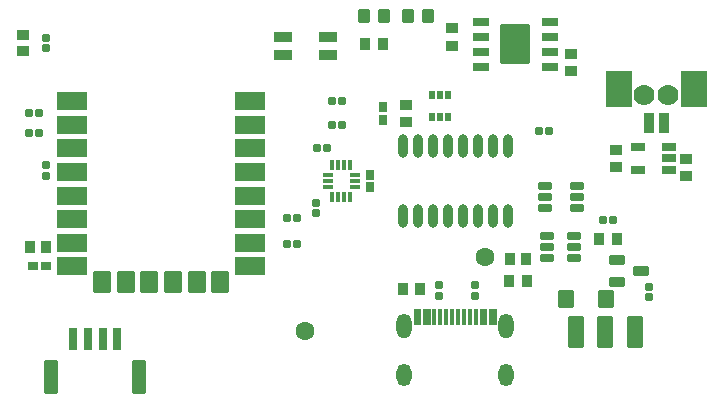
<source format=gts>
G04 Layer: TopSolderMaskLayer*
G04 EasyEDA v6.5.22, 2023-01-18 22:00:42*
G04 8e8bbbff4294455ebee03c083efee197,a9f00e695b414744abbaf3eb758947ea,10*
G04 Gerber Generator version 0.2*
G04 Scale: 100 percent, Rotated: No, Reflected: No *
G04 Dimensions in millimeters *
G04 leading zeros omitted , absolute positions ,4 integer and 5 decimal *
%FSLAX45Y45*%
%MOMM*%

%AMMACRO1*1,1,$1,$2,$3*1,1,$1,$4,$5*1,1,$1,0-$2,0-$3*1,1,$1,0-$4,0-$5*20,1,$1,$2,$3,$4,$5,0*20,1,$1,$4,$5,0-$2,0-$3,0*20,1,$1,0-$2,0-$3,0-$4,0-$5,0*20,1,$1,0-$4,0-$5,$2,$3,0*4,1,4,$2,$3,$4,$5,0-$2,0-$3,0-$4,0-$5,$2,$3,0*%
%ADD10MACRO1,0.1016X-0.27X0.2828X0.27X0.2828*%
%ADD11MACRO1,0.1016X-0.27X-0.2828X0.27X-0.2828*%
%ADD12MACRO1,0.1016X0.27X-0.2828X-0.27X-0.2828*%
%ADD13MACRO1,0.1016X0.27X0.2828X-0.27X0.2828*%
%ADD14MACRO1,0.1016X1.25X-0.7X-1.25X-0.7*%
%ADD15MACRO1,0.1016X-0.7X-0.85X-0.7X0.85*%
%ADD16MACRO1,0.1016X-1.25X0.7X1.25X0.7*%
%ADD17C,1.7780*%
%ADD18MACRO1,0.1016X-0.7X-0.4X-0.7X0.4*%
%ADD19MACRO1,0.1016X0.7X0.4X0.7X-0.4*%
%ADD20MACRO1,0.1016X-0.6X-0.3X-0.6X0.3*%
%ADD21MACRO1,0.1016X1.2X1.65X1.2X-1.65*%
%ADD22MACRO1,0.1016X-0.2828X-0.27X-0.2828X0.27*%
%ADD23MACRO1,0.1016X0.2828X-0.27X0.2828X0.27*%
%ADD24MACRO1,0.1016X0.6X1.3X0.6X-1.3*%
%ADD25MACRO1,0.1016X-0.5004X1.35X0.5004X1.35*%
%ADD26MACRO1,0.1016X-0.3X0.85X0.3X0.85*%
%ADD27MACRO1,0.1016X-0.45X-0.5X-0.45X0.5*%
%ADD28MACRO1,0.1016X0.45X0.5X0.45X-0.5*%
%ADD29MACRO1,0.1016X-0.27X0.395X0.27X0.395*%
%ADD30MACRO1,0.1016X-0.27X-0.395X0.27X-0.395*%
%ADD31MACRO1,0.1016X-0.395X-0.27X-0.395X0.27*%
%ADD32MACRO1,0.1016X0.395X-0.27X0.395X0.27*%
%ADD33MACRO1,0.1016X0.4X-0.45X-0.4X-0.45*%
%ADD34MACRO1,0.1016X0.2828X0.27X0.2828X-0.27*%
%ADD35MACRO1,0.1016X-0.2828X0.27X-0.2828X-0.27*%
%ADD36MACRO1,0.1016X0.536X0.266X0.536X-0.266*%
%ADD37MACRO1,0.1016X-0.6X0.7X0.6X0.7*%
%ADD38MACRO1,0.1016X0.625X-0.35X-0.625X-0.35*%
%ADD39MACRO1,0.1016X-0.4032X-0.432X-0.4032X0.432*%
%ADD40MACRO1,0.1016X0.4032X-0.432X0.4032X0.432*%
%ADD41C,1.6016*%
%ADD42MACRO1,0.1016X0.45X0.4X0.45X-0.4*%
%ADD43MACRO1,0.1016X-0.14X-0.3925X-0.14X0.3925*%
%ADD44MACRO1,0.1016X0.3925X-0.14X0.3925X0.14*%
%ADD45MACRO1,0.1016X-0.14X0.3925X-0.14X-0.3925*%
%ADD46MACRO1,0.1016X-0.4X0.45X0.4X0.45*%
%ADD47MACRO1,0.1016X-0.45X-0.4X-0.45X0.4*%
%ADD48MACRO1,0.1016X-0.4X0.8X0.4X0.8*%
%ADD49MACRO1,0.1016X-1.05X1.5X1.05X1.5*%
%ADD50MACRO1,0.1016X0.21X-0.3X-0.21X-0.3*%
%ADD51MACRO1,0.1016X-0.21X0.3X0.21X0.3*%
%ADD52MACRO1,0.1016X0.5X-0.2751X-0.5X-0.2751*%
%ADD53MACRO1,0.1016X-0.432X0.4032X0.432X0.4032*%
%ADD54MACRO1,0.1016X-0.432X-0.4032X0.432X-0.4032*%
%ADD55MACRO1,0.1016X0.432X-0.4032X-0.432X-0.4032*%
%ADD56MACRO1,0.1016X0.432X0.4032X-0.432X0.4032*%
%ADD57MACRO1,0.1016X-0.5X0.3X0.5X0.3*%
%ADD58O,0.8031988000000001X2.0031963999999998*%
%ADD59MACRO1,0.1016X-0.15X0.65X0.15X0.65*%
%ADD60O,1.3015976000000002X1.9015964*%
%ADD61O,1.3015976000000002X2.1015960000000002*%
%ADD62O,0.0119X2.1015960000000002*%

%LPD*%
D10*
G01*
X6007100Y6395617D03*
D11*
G01*
X6007100Y6482182D03*
D12*
G01*
X5702300Y6482182D03*
D13*
G01*
X5702300Y6395617D03*
D14*
G01*
X4107911Y8042160D03*
G01*
X4107886Y7842161D03*
G01*
X4107911Y7642161D03*
G01*
X4107835Y7442161D03*
G01*
X4107911Y7242162D03*
G01*
X4107987Y7042162D03*
G01*
X4107860Y6842163D03*
G01*
X4107708Y6642163D03*
D15*
G01*
X3852506Y6512074D03*
G01*
X3652507Y6512151D03*
G01*
X3452583Y6512151D03*
G01*
X3252508Y6512151D03*
G01*
X3052635Y6512201D03*
G01*
X2852839Y6512049D03*
D16*
G01*
X2597764Y6642163D03*
G01*
X2597688Y6842163D03*
G01*
X2597688Y7042162D03*
G01*
X2597688Y7242162D03*
G01*
X2597688Y7442161D03*
G01*
X2597688Y7642161D03*
G01*
X2597688Y7842161D03*
G01*
X2597688Y8042160D03*
D17*
G01*
X7641209Y8094471D03*
G01*
X7441565Y8094471D03*
D18*
G01*
X4382000Y8583998D03*
G01*
X4761999Y8584001D03*
D19*
G01*
X4382002Y8434003D03*
G01*
X4762002Y8434006D03*
D20*
G01*
X6640830Y8331200D03*
G01*
X6640830Y8458200D03*
G01*
X6640830Y8585200D03*
G01*
X6640830Y8712200D03*
G01*
X6059169Y8712200D03*
G01*
X6059169Y8585200D03*
G01*
X6059169Y8458200D03*
G01*
X6059169Y8331200D03*
D21*
G01*
X6350000Y8521701D03*
D22*
G01*
X4881982Y8039100D03*
D23*
G01*
X4795417Y8039100D03*
D22*
G01*
X4881982Y7835900D03*
D23*
G01*
X4795417Y7835900D03*
D24*
G01*
X7361999Y6083300D03*
G01*
X7112000Y6083300D03*
G01*
X6862000Y6083300D03*
D25*
G01*
X2421534Y5707443D03*
G01*
X3166473Y5707443D03*
D26*
G01*
X2981446Y6027355D03*
G01*
X2856445Y6027355D03*
G01*
X2731447Y6027355D03*
G01*
X2606446Y6027355D03*
D22*
G01*
X2316582Y7937500D03*
D23*
G01*
X2230017Y7937500D03*
D27*
G01*
X5071209Y8763000D03*
G01*
X5241208Y8763000D03*
D28*
G01*
X5609490Y8763000D03*
G01*
X5439491Y8763000D03*
D29*
G01*
X5232400Y7882994D03*
D30*
G01*
X5232400Y7992005D03*
D31*
G01*
X2378605Y6642100D03*
D32*
G01*
X2269594Y6642100D03*
D33*
G01*
X6305400Y6705600D03*
G01*
X6445399Y6705600D03*
D29*
G01*
X5118100Y7311494D03*
D30*
G01*
X5118100Y7420505D03*
D12*
G01*
X2374900Y7498182D03*
D13*
G01*
X2374900Y7411617D03*
D34*
G01*
X6548017Y7785100D03*
D35*
G01*
X6634582Y7785100D03*
D34*
G01*
X4414417Y7048500D03*
D35*
G01*
X4500982Y7048500D03*
D34*
G01*
X4414417Y6832600D03*
D35*
G01*
X4500982Y6832600D03*
D10*
G01*
X2374900Y8491117D03*
D11*
G01*
X2374900Y8577682D03*
D34*
G01*
X2230017Y7772400D03*
D35*
G01*
X2316582Y7772400D03*
D10*
G01*
X7480300Y6382917D03*
D11*
G01*
X7480300Y6469482D03*
D22*
G01*
X7180682Y7035800D03*
D23*
G01*
X7094117Y7035800D03*
D10*
G01*
X4660900Y7094117D03*
D11*
G01*
X4660900Y7180682D03*
D22*
G01*
X4754982Y7645400D03*
D23*
G01*
X4668417Y7645400D03*
D36*
G01*
X6616090Y6902196D03*
G01*
X6616090Y6807200D03*
G01*
X6616090Y6712203D03*
G01*
X6845909Y6712203D03*
G01*
X6845909Y6807200D03*
G01*
X6845909Y6902196D03*
D37*
G01*
X6776900Y6362700D03*
G01*
X7116899Y6362700D03*
D38*
G01*
X7215200Y6698996D03*
G01*
X7215200Y6509005D03*
G01*
X7415199Y6604001D03*
D39*
G01*
X7212724Y6870700D03*
D40*
G01*
X7062075Y6870700D03*
D41*
G01*
X4572000Y6096000D03*
G01*
X6096000Y6718300D03*
D42*
G01*
X7797800Y7410300D03*
G01*
X7797800Y7550299D03*
G01*
X7200900Y7486500D03*
G01*
X7200900Y7626499D03*
D43*
G01*
X4801800Y7226749D03*
G01*
X4851800Y7226749D03*
G01*
X4901799Y7226749D03*
G01*
X4951799Y7226749D03*
D44*
G01*
X4991050Y7316000D03*
G01*
X4991050Y7366000D03*
G01*
X4991050Y7415999D03*
D45*
G01*
X4951799Y7505250D03*
G01*
X4901799Y7505250D03*
G01*
X4851800Y7505250D03*
G01*
X4801800Y7505250D03*
D44*
G01*
X4762549Y7415999D03*
G01*
X4762549Y7366000D03*
G01*
X4762549Y7316000D03*
D46*
G01*
X5543699Y6451600D03*
G01*
X5403700Y6451600D03*
G01*
X2381399Y6807200D03*
G01*
X2241400Y6807200D03*
D47*
G01*
X2184400Y8604399D03*
G01*
X2184400Y8464400D03*
D48*
G01*
X7606309Y7856004D03*
G01*
X7481315Y7856004D03*
D49*
G01*
X7226303Y8145995D03*
G01*
X7861303Y8145995D03*
D50*
G01*
X5650002Y8096001D03*
G01*
X5715001Y8096001D03*
G01*
X5779999Y8096001D03*
D51*
G01*
X5779999Y7905998D03*
G01*
X5715001Y7905998D03*
G01*
X5650002Y7905998D03*
D52*
G01*
X6870687Y7137400D03*
G01*
X6870687Y7232396D03*
G01*
X6870687Y7327392D03*
G01*
X6600710Y7327392D03*
G01*
X6600710Y7137400D03*
G01*
X6600710Y7232396D03*
D39*
G01*
X5231524Y8521700D03*
D40*
G01*
X5080875Y8521700D03*
D53*
G01*
X5816600Y8509875D03*
D54*
G01*
X5816600Y8660524D03*
D55*
G01*
X6819900Y8444624D03*
D56*
G01*
X6819900Y8293975D03*
D39*
G01*
X6450724Y6515100D03*
D40*
G01*
X6300075Y6515100D03*
D57*
G01*
X7388390Y7461503D03*
G01*
X7388390Y7651496D03*
G01*
X7648409Y7651496D03*
G01*
X7648409Y7556500D03*
G01*
X7648409Y7461503D03*
D58*
G01*
X6286500Y7663179D03*
G01*
X6159500Y7663179D03*
G01*
X6032500Y7663179D03*
G01*
X5905500Y7663179D03*
G01*
X5778500Y7663179D03*
G01*
X5651500Y7663179D03*
G01*
X5524500Y7663179D03*
G01*
X5397500Y7663179D03*
G01*
X6286500Y7068820D03*
G01*
X6159500Y7068820D03*
G01*
X6032500Y7068820D03*
G01*
X5905500Y7068820D03*
G01*
X5778500Y7068820D03*
G01*
X5651500Y7068820D03*
G01*
X5524500Y7068820D03*
G01*
X5397500Y7068820D03*
D59*
G01*
X5666995Y6217419D03*
G01*
X5717007Y6217419D03*
G01*
X5766995Y6217422D03*
G01*
X5817007Y6217419D03*
G01*
X5866994Y6217422D03*
G01*
X5917007Y6217419D03*
G01*
X5966969Y6217419D03*
G01*
X6017007Y6217419D03*
G01*
X5507005Y6217406D03*
G01*
X5537003Y6217422D03*
G01*
X5587006Y6217406D03*
G01*
X5617001Y6217409D03*
G01*
X6066998Y6217406D03*
G01*
X6097010Y6217409D03*
G01*
X6147000Y6217424D03*
G01*
X6177000Y6217424D03*
D60*
G01*
X6274511Y5720587D03*
D61*
G01*
X6274511Y6140577D03*
G01*
X5409488Y6140577D03*
D60*
G01*
X5409488Y5720587D03*
D42*
G01*
X5422900Y7867500D03*
G01*
X5422900Y8007499D03*
M02*

</source>
